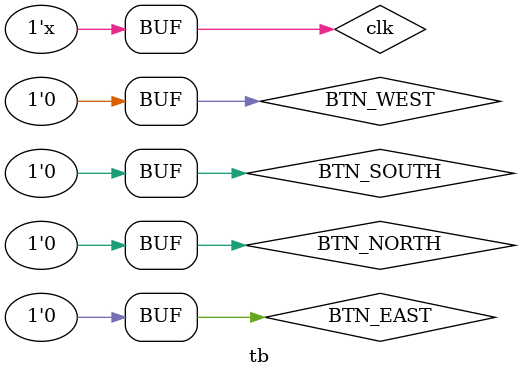
<source format=v>
`timescale 1ns / 1ps


module tb;

	// Inputs
	reg BTN_NORTH;
	reg BTN_SOUTH;
	reg BTN_WEST;
	reg BTN_EAST;
    reg clk;

	// Outputs
	wire LED_F12;
	wire LCD_E;
	wire LCD_RS;
	wire LCD_RW;
	wire [3:0] DB;
	wire SF_CE0;

	// Instantiate the Unit Under Test (UUT)
	hello uut (
		.clk(clk), 
		.LED_F12(LED_F12), 
		.LCD_E(LCD_E), 
		.LCD_RS(LCD_RS), 
		.LCD_RW(LCD_RW), 
		.DB(DB), 
		.SF_CE0(SF_CE0), 
		.BTN_NORTH(BTN_NORTH), 
		.BTN_SOUTH(BTN_SOUTH), 
		.BTN_WEST(BTN_WEST), 
		.BTN_EAST(BTN_EAST)
	);

	initial begin
		// Initialize Inputs
		BTN_NORTH = 0;
		BTN_SOUTH = 0;
		BTN_WEST = 0;
		BTN_EAST = 0;
        clk = 0;
		// Wait 100 ns for global reset to finish
		#100;
        
		// Add stimulus here

	end
    always 
    begin
        #10 clk <= ~clk;
    end

    initial
    begin
        #2000000 BTN_WEST <= 1;
        #2004000 BTN_WEST <= 0;
        #4000000 BTN_WEST <= 1;
        #4004000 BTN_WEST <= 0;

    end
      
endmodule


</source>
